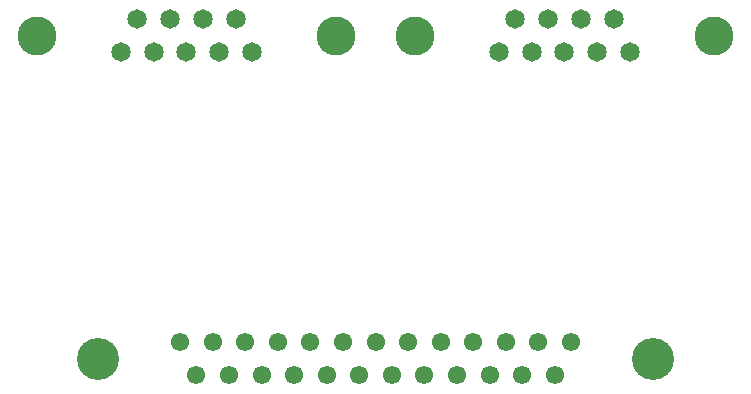
<source format=gbr>
%TF.GenerationSoftware,KiCad,Pcbnew,(6.0.4-0)*%
%TF.CreationDate,2022-05-01T23:46:42-07:00*%
%TF.ProjectId,Joy,4a6f792e-6b69-4636-9164-5f7063625858,rev?*%
%TF.SameCoordinates,Original*%
%TF.FileFunction,Soldermask,Bot*%
%TF.FilePolarity,Negative*%
%FSLAX46Y46*%
G04 Gerber Fmt 4.6, Leading zero omitted, Abs format (unit mm)*
G04 Created by KiCad (PCBNEW (6.0.4-0)) date 2022-05-01 23:46:42*
%MOMM*%
%LPD*%
G01*
G04 APERTURE LIST*
%ADD10C,1.549400*%
%ADD11C,3.556000*%
%ADD12C,1.651000*%
%ADD13C,3.302000*%
G04 APERTURE END LIST*
D10*
%TO.C,J3*%
X69813529Y-71707345D03*
X72571969Y-71707345D03*
X75330409Y-71707345D03*
X78088849Y-71707345D03*
X80847289Y-71707345D03*
X83605729Y-71707345D03*
X86364169Y-71707345D03*
X89122609Y-71707345D03*
X91881049Y-71707345D03*
X94639489Y-71707345D03*
X97397929Y-71707345D03*
X100156369Y-71707345D03*
X102914809Y-71707345D03*
X71192749Y-74552145D03*
X73951189Y-74552145D03*
X76709629Y-74552145D03*
X79468069Y-74552145D03*
X82226509Y-74552145D03*
X84984949Y-74552145D03*
X87743389Y-74552145D03*
X90501829Y-74552145D03*
X93260269Y-74552145D03*
X96018709Y-74552145D03*
X98777149Y-74552145D03*
X101535589Y-74552145D03*
D11*
X109884569Y-73129745D03*
X62843769Y-73129745D03*
%TD*%
D12*
%TO.C,J1*%
X75895200Y-47193200D03*
X73126600Y-47193200D03*
X70358000Y-47193200D03*
X67589400Y-47193200D03*
X64820800Y-47193200D03*
X74510900Y-44348400D03*
X71742300Y-44348400D03*
X68973700Y-44348400D03*
X66205100Y-44348400D03*
D13*
X57734200Y-45770800D03*
X82981800Y-45770800D03*
%TD*%
D12*
%TO.C,J2*%
X107899200Y-47193200D03*
X105130600Y-47193200D03*
X102362000Y-47193200D03*
X99593400Y-47193200D03*
X96824800Y-47193200D03*
X106514900Y-44348400D03*
X103746300Y-44348400D03*
X100977700Y-44348400D03*
X98209100Y-44348400D03*
D13*
X89738200Y-45770800D03*
X114985800Y-45770800D03*
%TD*%
M02*

</source>
